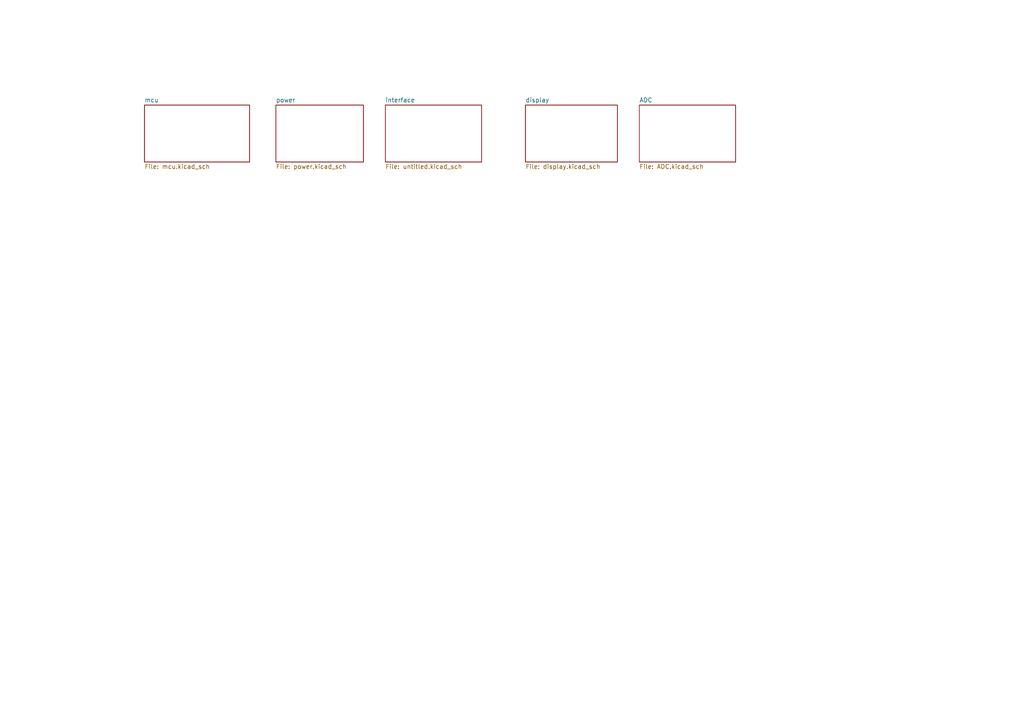
<source format=kicad_sch>
(kicad_sch (version 20230121) (generator eeschema)
  (paper "A4")
  (lib_symbols)
  (sheet (at 152.4 30.48) (size 26.67 16.51) (stroke (width 0.1524))
    (property "Sheetname" "display" (at 152.4 29.7684 0) (effects (justify left bottom)))
    (property "Sheetfile" "display.kicad_sch" (at 152.4 47.5746 0) (effects (justify left top)))
  )
  (sheet (at 185.42 30.48) (size 27.94 16.51) (stroke (width 0.1524))
    (property "Sheetname" "ADC" (at 185.42 29.7684 0) (effects (justify left bottom)))
    (property "Sheetfile" "ADC.kicad_sch" (at 185.42 47.5746 0) (effects (justify left top)))
  )
  (sheet (at 41.91 30.48) (size 30.48 16.51) (stroke (width 0.1524))
    (property "Sheetname" "mcu" (at 41.91 29.7684 0) (effects (justify left bottom)))
    (property "Sheetfile" "mcu.kicad_sch" (at 41.91 47.5746 0) (effects (justify left top)))
  )
  (sheet (at 80.01 30.48) (size 25.4 16.51) (stroke (width 0.1524))
    (property "Sheetname" "power" (at 80.01 29.7684 0) (effects (justify left bottom)))
    (property "Sheetfile" "power.kicad_sch" (at 80.01 47.5746 0) (effects (justify left top)))
  )
  (sheet (at 111.76 30.48) (size 27.94 16.51) (stroke (width 0.1524))
    (property "Sheetname" "interface" (at 111.76 29.7684 0) (effects (justify left bottom)))
    (property "Sheetfile" "untitled.kicad_sch" (at 111.76 47.5746 0) (effects (justify left top)))
  )
)
</source>
